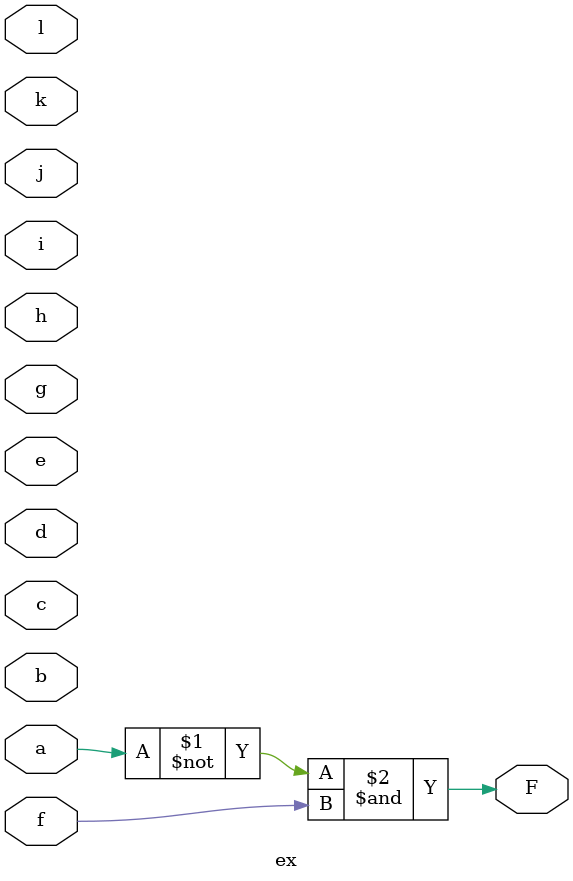
<source format=v>

module ex ( 
    a, b, c, d, e, f, g, h, i, j, k, l,
    F  );
  input  a, b, c, d, e, f, g, h, i, j, k, l;
  output F;
  assign F = ~a & f;
endmodule



</source>
